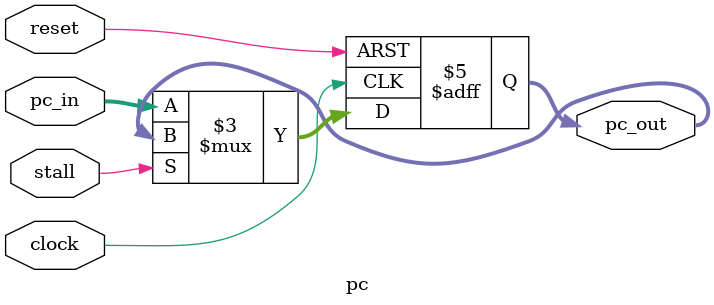
<source format=sv>
`timescale 1ns / 1ps


module pc(pc_in,reset,clock,stall,pc_out);
input logic [63:0] pc_in;
input logic reset,clock,stall;
output logic [63:0] pc_out;
always_ff@(posedge clock or posedge reset)
begin
    if(reset)
    begin
        pc_out<=64'd0;
     end
     else if(!stall)
     begin
        pc_out<=pc_in;
     end
end      
endmodule
//Stall is used to stall the PC.This is needed because in pipeling some isntruction take 
//longer time to execute and the next instruction might need the value so we need to stall the PC

</source>
